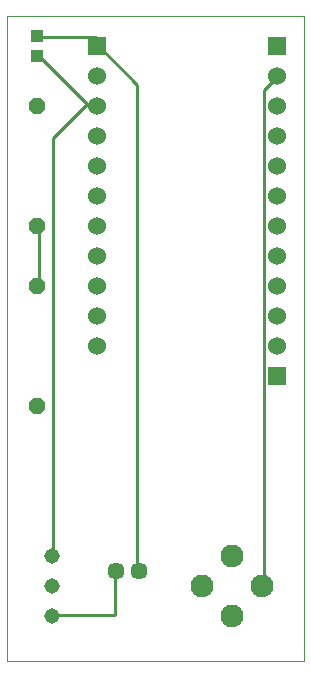
<source format=gtl>
G75*
G70*
%OFA0B0*%
%FSLAX24Y24*%
%IPPOS*%
%LPD*%
%AMOC8*
5,1,8,0,0,1.08239X$1,22.5*
%
%ADD10C,0.0000*%
%ADD11R,0.0600X0.0600*%
%ADD12C,0.0600*%
%ADD13R,0.0394X0.0433*%
%ADD14OC8,0.0520*%
%ADD15C,0.0515*%
%ADD16C,0.0760*%
%ADD17C,0.0570*%
%ADD18C,0.0100*%
D10*
X038833Y000162D02*
X038833Y021658D01*
X048703Y021658D01*
X048703Y000162D01*
X038833Y000162D01*
D11*
X047833Y009662D03*
X047833Y020662D03*
X041833Y020662D03*
D12*
X041833Y019662D03*
X041833Y018662D03*
X041833Y017662D03*
X041833Y016662D03*
X041833Y015662D03*
X041833Y014662D03*
X041833Y013662D03*
X041833Y012662D03*
X041833Y011662D03*
X041833Y010662D03*
X047833Y010662D03*
X047833Y011662D03*
X047833Y012662D03*
X047833Y013662D03*
X047833Y014662D03*
X047833Y015662D03*
X047833Y016662D03*
X047833Y017662D03*
X047833Y018662D03*
X047833Y019662D03*
D13*
X039833Y020328D03*
X039833Y020997D03*
D14*
X039833Y018662D03*
X039833Y014662D03*
X039833Y012662D03*
X039833Y008662D03*
D15*
X040333Y003662D03*
X040333Y002662D03*
X040333Y001662D03*
D16*
X045333Y002662D03*
X046333Y003662D03*
X047333Y002662D03*
X046333Y001662D03*
D17*
X043227Y003162D03*
X042440Y003162D03*
D18*
X042433Y003122D01*
X042433Y001682D01*
X040353Y001682D01*
X040333Y001662D01*
X043153Y003202D02*
X043227Y003162D01*
X043153Y003202D02*
X043153Y019362D01*
X041873Y020642D01*
X041833Y020662D01*
X041793Y020722D01*
X041793Y020962D01*
X039873Y020962D01*
X039833Y020997D01*
X039833Y020328D02*
X039873Y020322D01*
X041473Y018722D01*
X040353Y017602D01*
X040353Y003682D01*
X040333Y003662D01*
X047333Y002662D02*
X047393Y002722D01*
X047393Y019202D01*
X047793Y019602D01*
X047833Y019662D01*
X041833Y018662D02*
X041793Y018722D01*
X041473Y018722D01*
X039833Y014662D02*
X039873Y014642D01*
X039873Y012722D01*
X039833Y012662D01*
M02*

</source>
